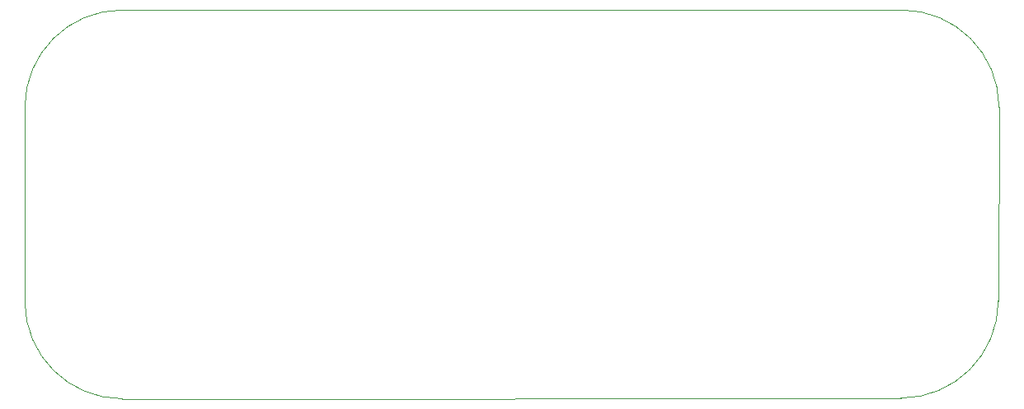
<source format=gbr>
%TF.GenerationSoftware,KiCad,Pcbnew,7.0.6+dfsg-1*%
%TF.CreationDate,2023-07-26T00:10:49-03:00*%
%TF.ProjectId,PWM_breakout_board,50574d5f-6272-4656-916b-6f75745f626f,rev?*%
%TF.SameCoordinates,Original*%
%TF.FileFunction,Profile,NP*%
%FSLAX46Y46*%
G04 Gerber Fmt 4.6, Leading zero omitted, Abs format (unit mm)*
G04 Created by KiCad (PCBNEW 7.0.6+dfsg-1) date 2023-07-26 00:10:49*
%MOMM*%
%LPD*%
G01*
G04 APERTURE LIST*
%TA.AperFunction,Profile*%
%ADD10C,0.100000*%
%TD*%
G04 APERTURE END LIST*
D10*
X179964466Y-99928932D02*
X180035534Y-80000000D01*
X80000000Y-100000000D02*
G75*
G03*
X90000000Y-110000000I10000000J0D01*
G01*
X90000000Y-110000000D02*
X169964466Y-109928932D01*
X80000000Y-80000000D02*
X80000000Y-100000000D01*
X180035500Y-80000000D02*
G75*
G03*
X170035534Y-70000000I-10000000J0D01*
G01*
X90000000Y-70000000D02*
X170035534Y-70000000D01*
X169964466Y-109928936D02*
G75*
G03*
X179964466Y-99928932I-6J10000006D01*
G01*
X90000000Y-70000000D02*
G75*
G03*
X80000000Y-80000000I0J-10000000D01*
G01*
M02*

</source>
